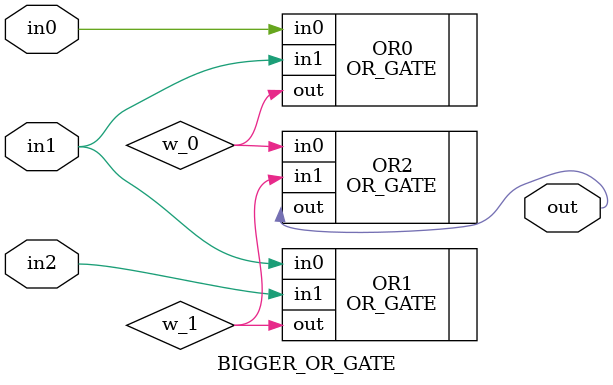
<source format=v>
module BIGGER_OR_GATE(
     input wire       in0,
     input wire       in1,
     input wire       in2,
     output wire       out
);
    wire w_0;
    wire w_1;
    
    OR_GATE OR0(
        .in0    (in0    ),
        .in1    (in1    ),
        .out    (w_0    )
    );

    OR_GATE OR1(
        .in0    (in1    ),
        .in1    (in2    ),
        .out    (w_1    )
    );
    OR_GATE OR2(
        .in0    (w_0    ),
        .in1    (w_1    ),
        .out    (out    )
    );

    
endmodule

</source>
